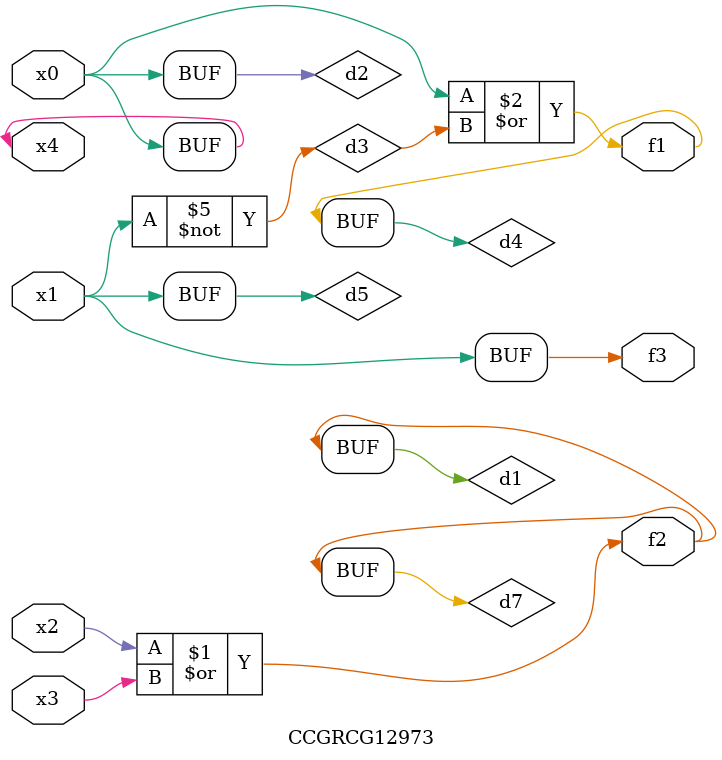
<source format=v>
module CCGRCG12973(
	input x0, x1, x2, x3, x4,
	output f1, f2, f3
);

	wire d1, d2, d3, d4, d5, d6, d7;

	or (d1, x2, x3);
	buf (d2, x0, x4);
	not (d3, x1);
	or (d4, d2, d3);
	not (d5, d3);
	nand (d6, d1, d3);
	or (d7, d1);
	assign f1 = d4;
	assign f2 = d7;
	assign f3 = d5;
endmodule

</source>
